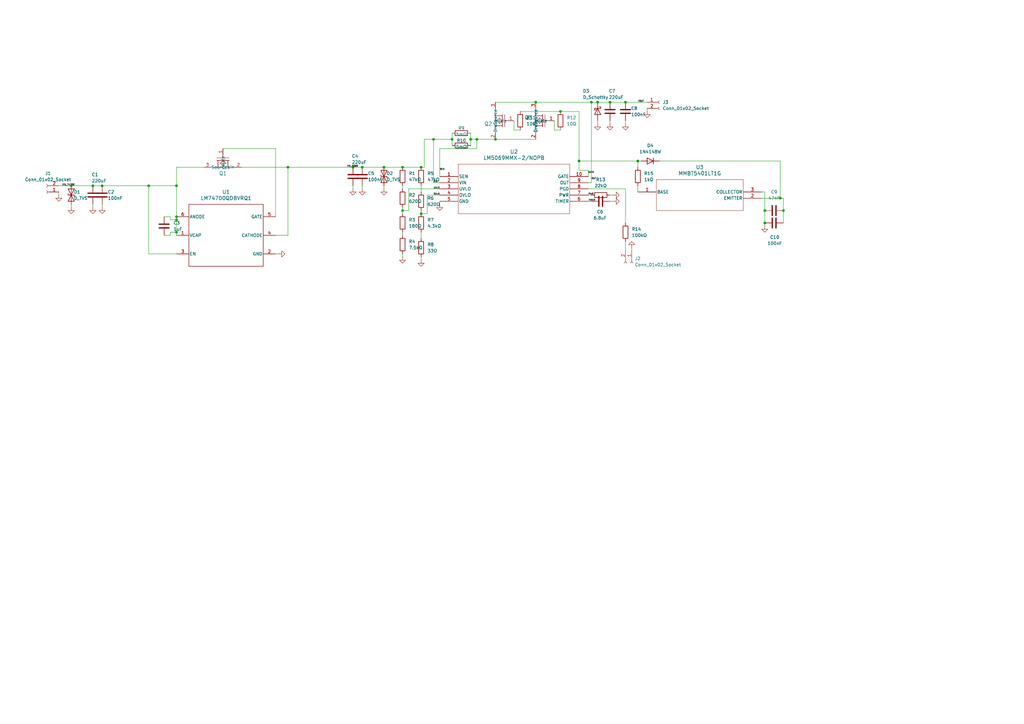
<source format=kicad_sch>
(kicad_sch (version 20250114) (generator "eeschema") (generator_version "9.0")
  (paper "A3")
  (lib_symbols
    (symbol "Connector:Conn_01x02_Socket" (pin_names (offset 1.016) (hide yes))
      (property "Reference" "J" (at 0 2.54 0))
      (property "Value" "Conn_01x02_Socket" (at 0 -5.08 0))
      (symbol "Conn_01x02_Socket_1_1"
        (polyline (pts (xy -1.27 0) (xy -0.508 0)) (stroke (width 0.1524)))
        (polyline (pts (xy -1.27 -2.54) (xy -0.508 -2.54)) (stroke (width 0.1524)))
        (arc (start 0 -0.508) (mid -0.5058 0) (end 0 0.508) (stroke (width 0.1524)))
        (arc (start 0 -3.048) (mid -0.5058 -2.54) (end 0 -2.032) (stroke (width 0.1524)))
        (pin passive line (at -5.08 0 0) (length 3.81) (name "Pin_1") (number "1"))
        (pin passive line (at -5.08 -2.54 0) (length 3.81) (name "Pin_2") (number "2"))
      )
    )
    (symbol "Device:C" (pin_numbers (hide yes)) (pin_names (offset 0.254))
      (property "Reference" "C" (at 0.635 2.54 0))
      (property "Value" "C" (at 0.635 -2.54 0))
      (symbol "C_0_1"
        (polyline (pts (xy -2.032 0.762) (xy 2.032 0.762)) (stroke (width 0.508)))
        (polyline (pts (xy -2.032 -0.762) (xy 2.032 -0.762)) (stroke (width 0.508)))
      )
      (symbol "C_1_1"
        (pin passive line (at 0 3.81 270) (length 2.794) (name "~") (number "1"))
        (pin passive line (at 0 -3.81 90) (length 2.794) (name "~") (number "2"))
      )
    )
    (symbol "Device:D_Schottky" (pin_numbers (hide yes)) (pin_names (offset 1.016) (hide yes))
      (property "Reference" "D" (at 0 2.54 0))
      (property "Value" "D_Schottky" (at 0 -2.54 0))
      (symbol "D_Schottky_0_1"
        (polyline (pts (xy -1.905 0.635) (xy -1.905 1.27) (xy -1.27 1.27) (xy -1.27 -1.27) (xy -0.635 -1.27) (xy -0.635 -0.635)) (stroke (width 0.254)))
        (polyline (pts (xy 1.27 1.27) (xy 1.27 -1.27) (xy -1.27 0) (xy 1.27 1.27)) (stroke (width 0.254)))
        (polyline (pts (xy 1.27 0) (xy -1.27 0)))
      )
      (symbol "D_Schottky_1_1"
        (pin passive line (at -3.81 0 0) (length 2.54) (name "K") (number "1"))
        (pin passive line (at 3.81 0 180) (length 2.54) (name "A") (number "2"))
      )
    )
    (symbol "Device:D_TVS" (pin_numbers (hide yes)) (pin_names (offset 1.016) (hide yes))
      (property "Reference" "D" (at 0 2.54 0))
      (property "Value" "D_TVS" (at 0 -2.54 0))
      (symbol "D_TVS_0_1"
        (polyline (pts (xy -2.54 1.27) (xy -2.54 -1.27) (xy 2.54 1.27) (xy 2.54 -1.27) (xy -2.54 1.27)) (stroke (width 0.254)))
        (polyline (pts (xy 0.508 1.27) (xy 0 1.27) (xy 0 -1.27) (xy -0.508 -1.27)) (stroke (width 0.254)))
        (polyline (pts (xy 1.27 0) (xy -1.27 0)))
      )
      (symbol "D_TVS_1_1"
        (pin passive line (at -3.81 0 0) (length 2.54) (name "A1") (number "1"))
        (pin passive line (at 3.81 0 180) (length 2.54) (name "A2") (number "2"))
      )
    )
    (symbol "Device:R" (pin_numbers (hide yes)) (pin_names (offset 0))
      (property "Reference" "R" (at 2.032 0 90))
      (property "Value" "R" (at 0 0 90))
      (symbol "R_0_1"
        (rectangle (start -1.016 -2.54) (end 1.016 2.54) (stroke (width 0.254)))
      )
      (symbol "R_1_1"
        (pin passive line (at 0 3.81 270) (length 1.27) (name "~") (number "1"))
        (pin passive line (at 0 -3.81 90) (length 1.27) (name "~") (number "2"))
      )
    )
    (symbol "Diode:1N4148W" (pin_numbers (hide yes)) (pin_names (hide yes))
      (property "Reference" "D" (at 0 2.54 0))
      (property "Value" "1N4148W" (at 0 -2.54 0))
      (symbol "1N4148W_0_1"
        (polyline (pts (xy -1.27 1.27) (xy -1.27 -1.27)) (stroke (width 0.254)))
        (polyline (pts (xy 1.27 1.27) (xy 1.27 -1.27) (xy -1.27 0) (xy 1.27 1.27)) (stroke (width 0.254)))
        (polyline (pts (xy 1.27 0) (xy -1.27 0)))
      )
      (symbol "1N4148W_1_1"
        (pin passive line (at -3.81 0 0) (length 2.54) (name "K") (number "1"))
        (pin passive line (at 3.81 0 180) (length 2.54) (name "A") (number "2"))
      )
    )
    (symbol "Protection_Library:CSD19536KTT" (pin_names (offset 0.254))
      (property "Value" "CSD19536KTT" (at 0 0 0))
      (symbol "CSD19536KTT_1_1"
        (polyline (pts (xy -3.81 0) (xy -1.27 0)) (stroke (width 0.1524)))
        (polyline (pts (xy -1.27 0) (xy 0 0)) (stroke (width 0.1524)))
        (polyline (pts (xy 0 -2.54) (xy 0 2.54)) (stroke (width 0.1524)))
        (polyline (pts (xy 1.016 2.54) (xy 1.016 -2.54)) (stroke (width 0.1524)))
        (polyline (pts (xy 1.016 2.54) (xy 1.016 -2.54)) (stroke (width 0.1524)))
        (polyline (pts (xy 1.016 0) (xy 2.286 1.27)) (stroke (width 0.1524)))
        (polyline (pts (xy 1.016 -2.032) (xy 3.81 -2.032)) (stroke (width 0.1524)))
        (polyline (pts (xy 1.27 -2.032) (xy 3.556 -2.032)) (stroke (width 0.1524)))
        (polyline (pts (xy 2.286 1.27) (xy 2.286 -1.27)) (stroke (width 0.1524)))
        (polyline (pts (xy 2.286 0) (xy 3.81 0)) (stroke (width 0.1524)))
        (polyline (pts (xy 2.286 -1.27) (xy 1.016 0)) (stroke (width 0.1524)))
        (polyline (pts (xy 2.794 0) (xy 3.81 0)) (stroke (width 0.1524)))
        (polyline (pts (xy 3.81 7.62) (xy 3.81 5.08)) (stroke (width 0.1524)))
        (polyline (pts (xy 3.81 5.08) (xy 3.81 2.54)) (stroke (width 0.1524)))
        (polyline (pts (xy 3.81 2.54) (xy 3.81 2.032)) (stroke (width 0.1524)))
        (polyline (pts (xy 3.81 2.54) (xy 3.81 2.032)) (stroke (width 0.1524)))
        (polyline (pts (xy 3.81 2.032) (xy 1.016 2.032)) (stroke (width 0.1524)))
        (polyline (pts (xy 3.81 2.032) (xy 1.27 2.032)) (stroke (width 0.1524)))
        (polyline (pts (xy 3.81 0) (xy 3.81 -2.54)) (stroke (width 0.1524)))
        (polyline (pts (xy 3.81 0) (xy 3.81 -2.54)) (stroke (width 0.1524)))
        (polyline (pts (xy 3.81 -2.54) (xy 3.81 -5.08)) (stroke (width 0.1524)))
        (polyline (pts (xy 3.81 -7.62) (xy 3.81 -5.08)) (stroke (width 0.1524)))
        (pin unspecified line (at -3.81 0 0) (length 2.54) (name "Gate") (number "1"))
        (pin unspecified line (at 3.81 7.62 270) (length 2.54) (name "Drain") (number "2"))
        (pin unspecified line (at 3.81 -7.62 90) (length 2.54) (name "Source") (number "3"))
      )
    )
    (symbol "Protection_Library:LM5069MM-1_NOPB" (pin_names (offset 0.254))
      (property "Value" "LM5069MM-1/NOPB" (at 30.48 7.62 0))
      (symbol "LM5069MM-1_NOPB_0_1"
        (polyline (pts (xy 7.62 5.08) (xy 7.62 -15.24)) (stroke (width 0.127)))
        (polyline (pts (xy 7.62 -15.24) (xy 53.34 -15.24)) (stroke (width 0.127)))
        (polyline (pts (xy 53.34 5.08) (xy 7.62 5.08)) (stroke (width 0.127)))
        (polyline (pts (xy 53.34 -15.24) (xy 53.34 5.08)) (stroke (width 0.127)))
        (pin input line (at 0 0 0) (length 7.62) (name "SEN") (number "1"))
        (pin power_in line (at 0 -2.54 0) (length 7.62) (name "VIN") (number "2"))
        (pin input line (at 0 -5.08 0) (length 7.62) (name "UVLO") (number "3"))
        (pin input line (at 0 -7.62 0) (length 7.62) (name "OVLO") (number "4"))
        (pin power_in line (at 0 -10.16 0) (length 7.62) (name "GND") (number "5"))
        (pin output line (at 60.96 0 180) (length 7.62) (name "GATE") (number "10"))
        (pin output line (at 60.96 -2.54 180) (length 7.62) (name "OUT") (number "9"))
        (pin unspecified line (at 60.96 -5.08 180) (length 7.62) (name "PGD") (number "8"))
        (pin input line (at 60.96 -7.62 180) (length 7.62) (name "PWR") (number "7"))
        (pin input line (at 60.96 -10.16 180) (length 7.62) (name "TIMER") (number "6"))
      )
    )
    (symbol "Protection_Library:LM74700QDBVRQ1" (pin_names (offset 0.254))
      (property "Reference" "U" (at 0 2.54 0))
      (property "Value" "LM74700QDBVRQ1" (at 0 0 0))
      (symbol "LM74700QDBVRQ1_0_1"
        (polyline (pts (xy -15.24 12.7) (xy -15.24 -12.7)) (stroke (width 0.2032)))
        (polyline (pts (xy -15.24 -12.7) (xy 15.24 -12.7)) (stroke (width 0.2032)))
        (polyline (pts (xy 15.24 12.7) (xy -15.24 12.7)) (stroke (width 0.2032)))
        (polyline (pts (xy 15.24 -12.7) (xy 15.24 12.7)) (stroke (width 0.2032)))
        (pin input line (at -20.32 7.62 0) (length 5.08) (name "ANODE") (number "6"))
        (pin power_in line (at -20.32 0 0) (length 5.08) (name "VCAP") (number "1"))
        (pin input line (at -20.32 -7.62 0) (length 5.08) (name "EN") (number "3"))
        (pin output line (at 20.32 7.62 180) (length 5.08) (name "GATE") (number "5"))
        (pin power_in line (at 20.32 0 180) (length 5.08) (name "CATHODE") (number "4"))
        (pin unspecified line (at 20.32 -7.62 180) (length 5.08) (name "GND") (number "2"))
      )
    )
    (symbol "Protection_Library:MMBT5401LT1G" (pin_names (offset 0.254))
      (property "Reference" "U" (at 25.4 10.16 0))
      (property "Value" "MMBT5401LT1G" (at 25.4 7.62 0))
      (symbol "MMBT5401LT1G_0_1"
        (polyline (pts (xy 7.62 5.08) (xy 7.62 -7.62)) (stroke (width 0.127)))
        (polyline (pts (xy 7.62 -7.62) (xy 43.18 -7.62)) (stroke (width 0.127)))
        (polyline (pts (xy 43.18 5.08) (xy 7.62 5.08)) (stroke (width 0.127)))
        (polyline (pts (xy 43.18 -7.62) (xy 43.18 5.08)) (stroke (width 0.127)))
        (pin unspecified line (at 0 0 0) (length 7.62) (name "BASE") (number "1"))
        (pin unspecified line (at 50.8 0 180) (length 7.62) (name "COLLECTOR") (number "3"))
        (pin unspecified line (at 50.8 -2.54 180) (length 7.62) (name "EMITTER") (number "2"))
      )
    )
    (symbol "power:GND" (power) (pin_numbers (hide yes)) (pin_names (offset 0) (hide yes))
      (property "Value" "GND" (at 0 -3.81 0))
      (symbol "GND_0_1"
        (polyline (pts (xy 0 0) (xy 0 -1.27) (xy 1.27 -1.27) (xy 0 -2.54) (xy -1.27 -1.27) (xy 0 -1.27)))
      )
      (symbol "GND_1_1"
        (pin power_in line (at 0 0 270) (length 0) (name "~") (number "1"))
      )
    )
  )
  (junction (at 72.39 88.9))
  (junction (at 229.87 45.72))
  (junction (at 237.49 66.04))
  (junction (at 148.59 68.58))
  (junction (at 172.72 68.58))
  (junction (at 165.1 68.58))
  (junction (at 144.78 68.58))
  (junction (at 172.72 87.63))
  (junction (at 29.21 76.2))
  (junction (at 320.04 81.28))
  (junction (at 193.04 57.15))
  (junction (at 219.71 41.91))
  (junction (at 38.1 76.2))
  (junction (at 203.2 57.15))
  (junction (at 177.8 57.15))
  (junction (at 313.69 86.36))
  (junction (at 313.69 91.44))
  (junction (at 72.39 90.17))
  (junction (at 256.54 41.91))
  (junction (at 245.11 41.91))
  (junction (at 250.19 41.91))
  (junction (at 242.57 41.91))
  (junction (at 118.11 68.58))
  (junction (at 261.62 66.04))
  (junction (at 185.42 57.15))
  (junction (at 41.91 76.2))
  (junction (at 72.39 76.2))
  (junction (at 195.58 57.15))
  (junction (at 321.31 86.36))
  (junction (at 72.39 95.25))
  (junction (at 165.1 86.36))
  (junction (at 60.96 76.2))
  (junction (at 157.48 68.58))
  (wire (pts (xy 242.57 41.91) (xy 242.57 74.93)))
  (wire (pts (xy 24.13 76.2) (xy 29.21 76.2)))
  (wire (pts (xy 261.62 66.04) (xy 262.89 66.04)))
  (wire (pts (xy 60.96 104.14) (xy 72.39 104.14)))
  (wire (pts (xy 237.49 45.72) (xy 237.49 66.04)))
  (wire (pts (xy 229.87 45.72) (xy 237.49 45.72)))
  (wire (pts (xy 172.72 68.58) (xy 173.99 68.58)))
  (wire (pts (xy 265.43 44.45) (xy 265.43 45.72)))
  (wire (pts (xy 41.91 83.82) (xy 41.91 85.09)))
  (wire (pts (xy 320.04 66.04) (xy 320.04 81.28)))
  (wire (pts (xy 175.26 80.01) (xy 175.26 87.63)))
  (wire (pts (xy 245.11 49.53) (xy 245.11 50.8)))
  (wire (pts (xy 72.39 68.58) (xy 83.82 68.58)))
  (wire (pts (xy 185.42 57.15) (xy 185.42 59.69)))
  (wire (pts (xy 237.49 69.85) (xy 241.3 69.85)))
  (wire (pts (xy 113.03 104.14) (xy 114.3 104.14)))
  (wire (pts (xy 144.78 68.58) (xy 148.59 68.58)))
  (wire (pts (xy 185.42 54.61) (xy 185.42 57.15)))
  (wire (pts (xy 113.03 60.96) (xy 113.03 88.9)))
  (wire (pts (xy 320.04 81.28) (xy 321.31 81.28)))
  (wire (pts (xy 173.99 68.58) (xy 173.99 57.15)))
  (wire (pts (xy 29.21 76.2) (xy 38.1 76.2)))
  (wire (pts (xy 241.3 74.93) (xy 242.57 74.93)))
  (wire (pts (xy 227.33 53.34) (xy 229.87 53.34)))
  (wire (pts (xy 118.11 68.58) (xy 144.78 68.58)))
  (wire (pts (xy 213.36 45.72) (xy 229.87 45.72)))
  (wire (pts (xy 219.71 41.91) (xy 242.57 41.91)))
  (wire (pts (xy 180.34 80.01) (xy 175.26 80.01)))
  (wire (pts (xy 165.1 104.14) (xy 165.1 105.41)))
  (wire (pts (xy 165.1 76.2) (xy 165.1 77.47)))
  (wire (pts (xy 195.58 60.96) (xy 195.58 57.15)))
  (wire (pts (xy 242.57 41.91) (xy 245.11 41.91)))
  (wire (pts (xy 67.31 96.52) (xy 69.85 96.52)))
  (wire (pts (xy 180.34 72.39) (xy 180.34 60.96)))
  (wire (pts (xy 38.1 76.2) (xy 41.91 76.2)))
  (wire (pts (xy 180.34 74.93) (xy 177.8 74.93)))
  (wire (pts (xy 256.54 49.53) (xy 256.54 50.8)))
  (wire (pts (xy 69.85 95.25) (xy 72.39 95.25)))
  (wire (pts (xy 172.72 95.25) (xy 172.72 97.79)))
  (wire (pts (xy 72.39 76.2) (xy 72.39 88.9)))
  (wire (pts (xy 250.19 41.91) (xy 256.54 41.91)))
  (wire (pts (xy 69.85 88.9) (xy 69.85 90.17)))
  (wire (pts (xy 177.8 57.15) (xy 177.8 74.93)))
  (wire (pts (xy 241.3 80.01) (xy 242.57 80.01)))
  (wire (pts (xy 320.04 81.28) (xy 312.42 81.28)))
  (wire (pts (xy 210.82 49.53) (xy 210.82 53.34)))
  (wire (pts (xy 172.72 105.41) (xy 172.72 106.68)))
  (wire (pts (xy 69.85 96.52) (xy 69.85 95.25)))
  (wire (pts (xy 41.91 76.2) (xy 60.96 76.2)))
  (wire (pts (xy 67.31 88.9) (xy 69.85 88.9)))
  (wire (pts (xy 245.11 41.91) (xy 250.19 41.91)))
  (wire (pts (xy 256.54 77.47) (xy 256.54 91.44)))
  (wire (pts (xy 157.48 68.58) (xy 165.1 68.58)))
  (wire (pts (xy 24.13 78.74) (xy 24.13 80.01)))
  (wire (pts (xy 193.04 57.15) (xy 193.04 59.69)))
  (wire (pts (xy 180.34 82.55) (xy 180.34 83.82)))
  (wire (pts (xy 172.72 76.2) (xy 172.72 78.74)))
  (wire (pts (xy 256.54 41.91) (xy 265.43 41.91)))
  (wire (pts (xy 173.99 57.15) (xy 177.8 57.15)))
  (wire (pts (xy 177.8 57.15) (xy 185.42 57.15)))
  (wire (pts (xy 250.19 49.53) (xy 250.19 50.8)))
  (wire (pts (xy 270.51 66.04) (xy 320.04 66.04)))
  (wire (pts (xy 261.62 76.2) (xy 261.62 78.74)))
  (wire (pts (xy 72.39 95.25) (xy 72.39 96.52)))
  (wire (pts (xy 72.39 76.2) (xy 72.39 68.58)))
  (wire (pts (xy 256.54 99.06) (xy 256.54 102.87)))
  (wire (pts (xy 144.78 76.2) (xy 144.78 77.47)))
  (wire (pts (xy 148.59 68.58) (xy 157.48 68.58)))
  (wire (pts (xy 60.96 76.2) (xy 72.39 76.2)))
  (wire (pts (xy 165.1 86.36) (xy 165.1 85.09)))
  (wire (pts (xy 237.49 66.04) (xy 237.49 69.85)))
  (wire (pts (xy 227.33 49.53) (xy 227.33 53.34)))
  (wire (pts (xy 313.69 78.74) (xy 312.42 78.74)))
  (wire (pts (xy 60.96 76.2) (xy 60.96 104.14)))
  (wire (pts (xy 203.2 57.15) (xy 219.71 57.15)))
  (wire (pts (xy 241.3 77.47) (xy 256.54 77.47)))
  (wire (pts (xy 38.1 83.82) (xy 38.1 85.09)))
  (wire (pts (xy 180.34 77.47) (xy 167.64 77.47)))
  (wire (pts (xy 313.69 91.44) (xy 313.69 92.71)))
  (wire (pts (xy 157.48 76.2) (xy 157.48 77.47)))
  (wire (pts (xy 148.59 76.2) (xy 148.59 77.47)))
  (wire (pts (xy 113.03 96.52) (xy 118.11 96.52)))
  (wire (pts (xy 193.04 57.15) (xy 195.58 57.15)))
  (wire (pts (xy 72.39 90.17) (xy 72.39 95.25)))
  (wire (pts (xy 180.34 60.96) (xy 195.58 60.96)))
  (wire (pts (xy 193.04 54.61) (xy 193.04 57.15)))
  (wire (pts (xy 69.85 90.17) (xy 72.39 90.17)))
  (wire (pts (xy 172.72 86.36) (xy 172.72 87.63)))
  (wire (pts (xy 241.3 82.55) (xy 242.57 82.55)))
  (wire (pts (xy 167.64 77.47) (xy 167.64 86.36)))
  (wire (pts (xy 210.82 53.34) (xy 213.36 53.34)))
  (wire (pts (xy 259.08 102.87) (xy 259.08 101.6)))
  (wire (pts (xy 167.64 86.36) (xy 165.1 86.36)))
  (wire (pts (xy 203.2 41.91) (xy 219.71 41.91)))
  (wire (pts (xy 91.44 60.96) (xy 113.03 60.96)))
  (wire (pts (xy 250.19 80.01) (xy 251.46 80.01)))
  (wire (pts (xy 165.1 95.25) (xy 165.1 96.52)))
  (wire (pts (xy 313.69 86.36) (xy 313.69 91.44)))
  (wire (pts (xy 241.3 69.85) (xy 241.3 72.39)))
  (wire (pts (xy 118.11 68.58) (xy 118.11 96.52)))
  (wire (pts (xy 165.1 86.36) (xy 165.1 87.63)))
  (wire (pts (xy 313.69 86.36) (xy 313.69 78.74)))
  (wire (pts (xy 321.31 81.28) (xy 321.31 86.36)))
  (wire (pts (xy 261.62 66.04) (xy 261.62 68.58)))
  (wire (pts (xy 99.06 68.58) (xy 118.11 68.58)))
  (wire (pts (xy 195.58 57.15) (xy 203.2 57.15)))
  (wire (pts (xy 29.21 83.82) (xy 29.21 85.09)))
  (wire (pts (xy 72.39 88.9) (xy 72.39 90.17)))
  (wire (pts (xy 175.26 87.63) (xy 172.72 87.63)))
  (wire (pts (xy 165.1 68.58) (xy 172.72 68.58)))
  (wire (pts (xy 321.31 86.36) (xy 321.31 91.44)))
  (wire (pts (xy 237.49 66.04) (xy 261.62 66.04)))
  (wire (pts (xy 250.19 82.55) (xy 251.46 82.55)))
  (label "VIN_5069" (at 142.24 68.58 0) (effects (font (size 0.635 0.635))))
  (label "TIMER" (at 241.3 82.55 0) (effects (font (size 0.635 0.635))))
  (label "VIN" (at 177.8 74.93 0) (effects (font (size 0.635 0.635))))
  (label "VIN_74700" (at 25.4 76.2 0) (effects (font (size 0.635 0.635))))
  (label "PWR" (at 241.3 80.01 0) (effects (font (size 0.635 0.635))))
  (label "SEN" (at 180.34 69.85 0) (effects (font (size 0.635 0.635))))
  (label "VOUT" (at 261.62 41.91 0) (effects (font (size 0.635 0.635))))
  (label "UVLO" (at 177.8 77.47 0) (effects (font (size 0.635 0.635))))
  (label "GATE" (at 241.3 71.12 0) (effects (font (size 0.635 0.635))))
  (label "OVLO" (at 177.8 80.01 0) (effects (font (size 0.635 0.635))))
  (label "OUT" (at 242.57 73.66 0) (effects (font (size 0.635 0.635))))
  (symbol (lib_id "Device:R") (at 246.38 80.01 90) (unit 1)
    (property "Reference" "R13" (at 246.38 73.66 90))
    (property "Value" "22kΩ" (at 246.38 76.2 90))
    (property "Footprint" "Resistor_SMD:R_0603_1608Metric" (effects (hide yes)))
    (property "Description" "Resistor" (effects (hide yes)))
    (property "JPCPCB part number" "C31850" (effects (hide yes)))
  )
  (symbol (lib_id "Device:C") (at 67.31 92.71 0) (unit 1)
    (property "Reference" "C3" (at 71.12 91.4399 0) (effects (justify left)))
    (property "Value" "1uF" (at 71.12 93.9799 0) (effects (justify left)))
    (property "Footprint" "Capacitor_SMD:C_0805_2012Metric" (effects (hide yes)))
    (property "Description" "Unpolarized capacitor" (effects (hide yes)))
    (property "JPCPCB part number" "C28323" (effects (hide yes)))
  )
  (symbol (lib_id "power:GND") (at 114.3 104.14 90) (unit 1)
    (property "Reference" "#PWR05" (effects (hide yes)))
    (property "Value" "GND" (effects (hide yes)))
    (property "Description" "Power symbol creates a global label with name \"GND\" , ground" (effects (hide yes)))
  )
  (symbol (lib_id "power:GND") (at 313.69 92.71 0) (unit 1)
    (property "Reference" "#PWR019" (effects (hide yes)))
    (property "Value" "GND" (effects (hide yes)))
    (property "Description" "Power symbol creates a global label with name \"GND\" , ground" (effects (hide yes)))
  )
  (symbol (lib_id "power:GND") (at 256.54 50.8 0) (unit 1)
    (property "Reference" "#PWR016" (effects (hide yes)))
    (property "Value" "GND" (effects (hide yes)))
    (property "Description" "Power symbol creates a global label with name \"GND\" , ground" (effects (hide yes)))
  )
  (symbol (lib_id "Device:C") (at 256.54 45.72 0) (unit 1)
    (property "Reference" "C8" (at 258.826 44.45 0) (effects (justify left)))
    (property "Value" "100nF" (at 258.826 46.99 0) (effects (justify left)))
    (property "Footprint" "Capacitor_SMD:C_0603_1608Metric" (effects (hide yes)))
    (property "Description" "Unpolarized capacitor" (effects (hide yes)))
    (property "JPCPCB part number" "C14663" (effects (hide yes)))
  )
  (symbol (lib_id "Device:R") (at 213.36 49.53 180) (unit 1)
    (property "Reference" "R11" (at 215.9 48.2599 0) (effects (justify right)))
    (property "Value" "10Ω" (at 215.9 50.7999 0) (effects (justify right)))
    (property "Footprint" "Resistor_SMD:R_0603_1608Metric" (effects (hide yes)))
    (property "Description" "Resistor" (effects (hide yes)))
    (property "JPCPCB part number" "C22859" (effects (hide yes)))
  )
  (symbol (lib_id "Device:D_Schottky") (at 245.11 45.72 270) (unit 1)
    (property "Reference" "D3" (at 239.014 37.338 90) (effects (justify left)))
    (property "Value" "D_Schottky" (at 239.014 39.878 90) (effects (justify left)))
    (property "Footprint" "Diode_SMD:D_SMC" (effects (hide yes)))
    (property "Description" "Schottky diode" (effects (hide yes)))
    (property "JPCPCB part number" "C134457" (effects (hide yes)))
  )
  (symbol (lib_id "Device:R") (at 165.1 81.28 0) (unit 1)
    (property "Reference" "R2" (at 167.64 80.0099 0) (effects (justify left)))
    (property "Value" "620Ω" (at 167.64 82.5499 0) (effects (justify left)))
    (property "Footprint" "Resistor_SMD:R_0603_1608Metric" (effects (hide yes)))
    (property "Description" "Resistor" (effects (hide yes)))
    (property "JPCPCB part number" "C23220" (effects (hide yes)))
  )
  (symbol (lib_id "Device:C") (at 144.78 72.39 0) (unit 1)
    (property "Reference" "C4" (at 144.272 64.008 0) (effects (justify left)))
    (property "Value" "220uF" (at 144.272 66.548 0) (effects (justify left)))
    (property "Footprint" "Capacitor_THT:CP_Radial_D10.0mm_P5.00mm" (effects (hide yes)))
    (property "Description" "Unpolarized capacitor" (effects (hide yes)))
    (property "JPCPCB part number" "C106670" (effects (hide yes)))
  )
  (symbol (lib_id "power:GND") (at 24.13 80.01 0) (unit 1)
    (property "Reference" "#PWR01" (effects (hide yes)))
    (property "Value" "GND" (effects (hide yes)))
    (property "Description" "Power symbol creates a global label with name \"GND\" , ground" (effects (hide yes)))
  )
  (symbol (lib_id "Protection_Library:LM5069MM-1_NOPB") (at 180.34 72.39 0) (unit 1)
    (property "Reference" "U2" (at 210.82 62.23 0) (effects (font (size 1.524 1.524))))
    (property "Value" "LM5069MMX-2/NOPB" (at 210.82 64.77 0) (effects (font (size 1.524 1.524))))
    (property "Footprint" "MUB10A" (effects (hide yes)))
    (property "Datasheet" "https://www.ti.com/lit/gpn/lm5069" (effects (hide yes)))
    (property "JPCPCB part number" "C2653582" (effects (hide yes)))
  )
  (symbol (lib_id "Protection_Library:MMBT5401LT1G") (at 261.62 78.74 0) (unit 1)
    (property "Reference" "U3" (at 287.02 68.58 0) (effects (font (size 1.524 1.524))))
    (property "Value" "MMBT5401LT1G" (at 287.02 71.12 0) (effects (font (size 1.524 1.524))))
    (property "Footprint" "SOT-23-3_1P4X3P040_ONS" (effects (hide yes)))
    (property "Datasheet" "MMBT5401LT1G" (effects (hide yes)))
    (property "JPCPCB part number" "C21488" (effects (hide yes)))
  )
  (symbol (lib_id "Device:C") (at 41.91 80.01 0) (unit 1)
    (property "Reference" "C2" (at 44.196 78.74 0) (effects (justify left)))
    (property "Value" "100nF" (at 44.196 81.28 0) (effects (justify left)))
    (property "Footprint" "Capacitor_SMD:C_0603_1608Metric" (effects (hide yes)))
    (property "Description" "Unpolarized capacitor" (effects (hide yes)))
    (property "JPCPCB part number" "C14663" (effects (hide yes)))
  )
  (symbol (lib_id "Device:R") (at 261.62 72.39 0) (unit 1)
    (property "Reference" "R15" (at 264.16 71.1199 0) (effects (justify left)))
    (property "Value" "1kΩ" (at 264.16 73.6599 0) (effects (justify left)))
    (property "Footprint" "Resistor_SMD:R_0603_1608Metric" (effects (hide yes)))
    (property "Description" "Resistor" (effects (hide yes)))
    (property "JPCPCB part number" "C21190" (effects (hide yes)))
  )
  (symbol (lib_id "Device:R") (at 189.23 59.69 90) (unit 1)
    (property "Reference" "R10" (at 189.23 57.658 90))
    (property "Value" "5mΩ" (at 189.23 60.198 90))
    (property "Footprint" "Resistor_SMD:R_2512_6332Metric" (effects (hide yes)))
    (property "Description" "Resistor" (effects (hide yes)))
    (property "JPCPCB part number" "C108931" (effects (hide yes)))
  )
  (symbol (lib_id "Device:R") (at 165.1 91.44 0) (unit 1)
    (property "Reference" "R3" (at 167.64 90.1699 0) (effects (justify left)))
    (property "Value" "180Ω" (at 167.64 92.7099 0) (effects (justify left)))
    (property "Footprint" "Resistor_SMD:R_0603_1608Metric" (effects (hide yes)))
    (property "Description" "Resistor" (effects (hide yes)))
    (property "JPCPCB part number" "C22828" (effects (hide yes)))
  )
  (symbol (lib_id "power:GND") (at 157.48 77.47 0) (unit 1)
    (property "Reference" "#PWR08" (effects (hide yes)))
    (property "Value" "GND" (effects (hide yes)))
    (property "Description" "Power symbol creates a global label with name \"GND\" , ground" (effects (hide yes)))
  )
  (symbol (lib_id "power:GND") (at 41.91 85.09 0) (unit 1)
    (property "Reference" "#PWR04" (effects (hide yes)))
    (property "Value" "GND" (effects (hide yes)))
    (property "Description" "Power symbol creates a global label with name \"GND\" , ground" (effects (hide yes)))
  )
  (symbol (lib_id "Device:C") (at 317.5 91.44 90) (unit 1)
    (property "Reference" "C10" (at 317.754 97.282 90))
    (property "Value" "100nF" (at 317.754 99.822 90))
    (property "Footprint" "Capacitor_SMD:C_0603_1608Metric" (effects (hide yes)))
    (property "Description" "Unpolarized capacitor" (effects (hide yes)))
    (property "JPCPCB part number" "C14663" (effects (hide yes)))
  )
  (symbol (lib_id "power:GND") (at 144.78 77.47 0) (unit 1)
    (property "Reference" "#PWR06" (effects (hide yes)))
    (property "Value" "GND" (effects (hide yes)))
    (property "Description" "Power symbol creates a global label with name \"GND\" , ground" (effects (hide yes)))
  )
  (symbol (lib_id "Device:R") (at 229.87 49.53 180) (unit 1)
    (property "Reference" "R12" (at 232.41 48.2599 0) (effects (justify right)))
    (property "Value" "10Ω" (at 232.41 50.7999 0) (effects (justify right)))
    (property "Footprint" "Resistor_SMD:R_0603_1608Metric" (effects (hide yes)))
    (property "Description" "Resistor" (effects (hide yes)))
    (property "JPCPCB part number" "C22859" (effects (hide yes)))
  )
  (symbol (lib_id "Connector:Conn_01x02_Socket") (at 259.08 107.95 270) (unit 1)
    (property "Reference" "J2" (at 260.35 106.0449 90) (effects (justify left)))
    (property "Value" "Conn_01x02_Socket" (at 260.35 108.5849 90) (effects (justify left)))
    (property "Footprint" "Connector_PinHeader_2.54mm:PinHeader_1x02_P2.54mm_Vertical" (effects (hide yes)))
    (property "Description" "Generic connector, single row, 01x02, script generated" (effects (hide yes)))
  )
  (symbol (lib_id "Protection_Library:CSD19536KTT") (at 223.52 49.53 180) (unit 1)
    (property "Reference" "Q3" (at 218.44 48.2599 0) (effects (font (size 1.524 1.524)) (justify left)))
    (property "Value" "CSD19536KTT" (effects (hide yes)))
    (property "Footprint" "KTT0002A" (effects (hide yes)))
    (property "Datasheet" "https://www.ti.com/lit/gpn/csd19536ktt" (effects (hide yes)))
    (property "JPCPCB part number" "C2687963" (effects (hide yes)))
  )
  (symbol (lib_id "power:GND") (at 148.59 77.47 0) (unit 1)
    (property "Reference" "#PWR07" (effects (hide yes)))
    (property "Value" "GND" (effects (hide yes)))
    (property "Description" "Power symbol creates a global label with name \"GND\" , ground" (effects (hide yes)))
  )
  (symbol (lib_id "Device:D_TVS") (at 29.21 80.01 270) (unit 1)
    (property "Reference" "D1" (at 30.226 78.74 90) (effects (justify left)))
    (property "Value" "D_TVS" (at 30.226 81.28 90) (effects (justify left)))
    (property "Footprint" "Diode_SMD:D_SMB" (effects (hide yes)))
    (property "Description" "Bidirectional transient-voltage-suppression diode" (effects (hide yes)))
    (property "JPCPCB part number" "C19077586" (effects (hide yes)))
  )
  (symbol (lib_id "Device:R") (at 189.23 54.61 90) (unit 1)
    (property "Reference" "R9" (at 189.23 52.578 90))
    (property "Value" "5mΩ" (at 189.23 55.118 90))
    (property "Footprint" "Resistor_SMD:R_2512_6332Metric" (effects (hide yes)))
    (property "Description" "Resistor" (effects (hide yes)))
    (property "JPCPCB part number" "C108931" (effects (hide yes)))
  )
  (symbol (lib_id "Device:C") (at 148.59 72.39 0) (unit 1)
    (property "Reference" "C5" (at 150.876 71.12 0) (effects (justify left)))
    (property "Value" "100nF" (at 150.876 73.66 0) (effects (justify left)))
    (property "Footprint" "Capacitor_SMD:C_0603_1608Metric" (effects (hide yes)))
    (property "Description" "Unpolarized capacitor" (effects (hide yes)))
    (property "JPCPCB part number" "C14663" (effects (hide yes)))
  )
  (symbol (lib_id "power:GND") (at 165.1 105.41 0) (unit 1)
    (property "Reference" "#PWR09" (effects (hide yes)))
    (property "Value" "GND" (effects (hide yes)))
    (property "Description" "Power symbol creates a global label with name \"GND\" , ground" (effects (hide yes)))
  )
  (symbol (lib_id "Device:D_TVS") (at 157.48 72.39 270) (unit 1)
    (property "Reference" "D2" (at 158.496 71.12 90) (effects (justify left)))
    (property "Value" "D_TVS" (at 158.496 73.66 90) (effects (justify left)))
    (property "Footprint" "Diode_SMD:D_SMB" (effects (hide yes)))
    (property "Description" "Bidirectional transient-voltage-suppression diode" (effects (hide yes)))
    (property "JPCPCB part number" "C19077586" (effects (hide yes)))
  )
  (symbol (lib_id "Device:C") (at 38.1 80.01 0) (unit 1)
    (property "Reference" "C1" (at 37.592 71.628 0) (effects (justify left)))
    (property "Value" "220uF" (at 37.592 74.168 0) (effects (justify left)))
    (property "Footprint" "Capacitor_THT:CP_Radial_D10.0mm_P5.00mm" (effects (hide yes)))
    (property "Description" "Unpolarized capacitor" (effects (hide yes)))
    (property "JPCPCB part number" "C106670" (effects (hide yes)))
  )
  (symbol (lib_id "Device:R") (at 172.72 101.6 0) (unit 1)
    (property "Reference" "R8" (at 175.26 100.3299 0) (effects (justify left)))
    (property "Value" "33Ω" (at 175.26 102.8699 0) (effects (justify left)))
    (property "Footprint" "Resistor_SMD:R_0603_1608Metric" (effects (hide yes)))
    (property "Description" "Resistor" (effects (hide yes)))
    (property "JPCPCB part number" "C23140" (effects (hide yes)))
  )
  (symbol (lib_id "Connector:Conn_01x02_Socket") (at 270.51 41.91 0) (unit 1)
    (property "Reference" "J3" (at 271.78 41.9099 0) (effects (justify left)))
    (property "Value" "Conn_01x02_Socket" (at 271.78 44.4499 0) (effects (justify left)))
    (property "Footprint" "TerminalBlock:TerminalBlock_MaiXu_MX126-5.0-02P_1x02_P5.00mm" (effects (hide yes)))
    (property "Description" "Generic connector, single row, 01x02, script generated" (effects (hide yes)))
  )
  (symbol (lib_id "Device:R") (at 256.54 95.25 0) (unit 1)
    (property "Reference" "R14" (at 259.08 93.9799 0) (effects (justify left)))
    (property "Value" "100kΩ" (at 259.08 96.5199 0) (effects (justify left)))
    (property "Footprint" "Resistor_SMD:R_0603_1608Metric" (effects (hide yes)))
    (property "Description" "Resistor" (effects (hide yes)))
    (property "JPCPCB part number" "C25803" (effects (hide yes)))
  )
  (symbol (lib_id "Device:C") (at 317.5 86.36 90) (unit 1)
    (property "Reference" "C9" (at 317.5 78.74 90))
    (property "Value" "47nF" (at 317.5 81.28 90))
    (property "Footprint" "Capacitor_SMD:C_0603_1608Metric" (effects (hide yes)))
    (property "Description" "Unpolarized capacitor" (effects (hide yes)))
    (property "JPCPCB part number" "C1622" (effects (hide yes)))
  )
  (symbol (lib_id "Device:R") (at 165.1 72.39 0) (unit 1)
    (property "Reference" "R1" (at 167.64 71.1199 0) (effects (justify left)))
    (property "Value" "47kΩ" (at 167.64 73.6599 0) (effects (justify left)))
    (property "Footprint" "Resistor_SMD:R_0603_1608Metric" (effects (hide yes)))
    (property "Description" "Resistor" (effects (hide yes)))
    (property "JPCPCB part number" "C25819" (effects (hide yes)))
  )
  (symbol (lib_id "Connector:Conn_01x02_Socket") (at 19.05 78.74 180) (unit 1)
    (property "Reference" "J1" (at 19.685 71.12 0))
    (property "Value" "Conn_01x02_Socket" (at 19.685 73.66 0))
    (property "Footprint" "TerminalBlock:TerminalBlock_MaiXu_MX126-5.0-02P_1x02_P5.00mm" (effects (hide yes)))
    (property "Description" "Generic connector, single row, 01x02, script generated" (effects (hide yes)))
  )
  (symbol (lib_id "Device:R") (at 165.1 100.33 0) (unit 1)
    (property "Reference" "R4" (at 167.64 99.0599 0) (effects (justify left)))
    (property "Value" "7.5kΩ" (at 167.64 101.5999 0) (effects (justify left)))
    (property "Footprint" "Resistor_SMD:R_0603_1608Metric" (effects (hide yes)))
    (property "Description" "Resistor" (effects (hide yes)))
    (property "JPCPCB part number" "C23234" (effects (hide yes)))
  )
  (symbol (lib_id "Device:R") (at 172.72 91.44 0) (unit 1)
    (property "Reference" "R7" (at 175.26 90.1699 0) (effects (justify left)))
    (property "Value" "4.3kΩ" (at 175.26 92.7099 0) (effects (justify left)))
    (property "Footprint" "Resistor_SMD:R_0603_1608Metric" (effects (hide yes)))
    (property "Description" "Resistor" (effects (hide yes)))
    (property "JPCPCB part number" "C23159" (effects (hide yes)))
  )
  (symbol (lib_id "Protection_Library:CSD19536KTT") (at 207.01 49.53 180) (unit 1)
    (property "Reference" "Q2" (at 201.93 50.8001 0) (effects (font (size 1.524 1.524)) (justify left)))
    (property "Value" "CSD19536KTT" (effects (hide yes)))
    (property "Footprint" "KTT0002A" (effects (hide yes)))
    (property "Datasheet" "https://www.ti.com/lit/gpn/csd19536ktt" (effects (hide yes)))
    (property "JPCPCB part number" "C2687963" (effects (hide yes)))
  )
  (symbol (lib_id "power:GND") (at 251.46 80.01 90) (unit 1)
    (property "Reference" "#PWR014" (effects (hide yes)))
    (property "Value" "GND" (effects (hide yes)))
    (property "Description" "Power symbol creates a global label with name \"GND\" , ground" (effects (hide yes)))
  )
  (symbol (lib_id "power:GND") (at 29.21 85.09 0) (unit 1)
    (property "Reference" "#PWR02" (effects (hide yes)))
    (property "Value" "GND" (effects (hide yes)))
    (property "Description" "Power symbol creates a global label with name \"GND\" , ground" (effects (hide yes)))
  )
  (symbol (lib_id "power:GND") (at 245.11 50.8 0) (unit 1)
    (property "Reference" "#PWR012" (effects (hide yes)))
    (property "Value" "GND" (effects (hide yes)))
    (property "Description" "Power symbol creates a global label with name \"GND\" , ground" (effects (hide yes)))
  )
  (symbol (lib_id "power:GND") (at 251.46 82.55 90) (unit 1)
    (property "Reference" "#PWR015" (effects (hide yes)))
    (property "Value" "GND" (effects (hide yes)))
    (property "Description" "Power symbol creates a global label with name \"GND\" , ground" (effects (hide yes)))
  )
  (symbol (lib_id "Device:C") (at 246.38 82.55 90) (unit 1)
    (property "Reference" "C6" (at 246.126 86.868 90))
    (property "Value" "6.8uF" (at 246.126 89.408 90))
    (property "Footprint" "Capacitor_SMD:C_0603_1608Metric" (effects (hide yes)))
    (property "Description" "Unpolarized capacitor" (effects (hide yes)))
    (property "JPCPCB part number" "C338096" (effects (hide yes)))
  )
  (symbol (lib_id "power:GND") (at 172.72 106.68 0) (unit 1)
    (property "Reference" "#PWR010" (effects (hide yes)))
    (property "Value" "GND" (effects (hide yes)))
    (property "Description" "Power symbol creates a global label with name \"GND\" , ground" (effects (hide yes)))
  )
  (symbol (lib_id "Protection_Library:CSD19536KTT") (at 91.44 64.77 270) (unit 1)
    (property "Reference" "Q1" (at 91.44 71.12 90) (effects (font (size 1.524 1.524))))
    (property "Value" "CSD19536KTT" (effects (hide yes)))
    (property "Footprint" "KTT0002A" (effects (hide yes)))
    (property "Datasheet" "https://www.ti.com/lit/gpn/csd19536ktt" (effects (hide yes)))
    (property "JPCPCB part number" "C2687963" (effects (hide yes)))
  )
  (symbol (lib_id "power:GND") (at 180.34 83.82 0) (unit 1)
    (property "Reference" "#PWR011" (effects (hide yes)))
    (property "Value" "GND" (effects (hide yes)))
    (property "Description" "Power symbol creates a global label with name \"GND\" , ground" (effects (hide yes)))
  )
  (symbol (lib_id "power:GND") (at 265.43 45.72 0) (unit 1)
    (property "Reference" "#PWR018" (effects (hide yes)))
    (property "Value" "GND" (effects (hide yes)))
    (property "Description" "Power symbol creates a global label with name \"GND\" , ground" (effects (hide yes)))
  )
  (symbol (lib_id "power:GND") (at 250.19 50.8 0) (unit 1)
    (property "Reference" "#PWR013" (effects (hide yes)))
    (property "Value" "GND" (effects (hide yes)))
    (property "Description" "Power symbol creates a global label with name \"GND\" , ground" (effects (hide yes)))
  )
  (symbol (lib_id "Diode:1N4148W") (at 266.7 66.04 180) (unit 1)
    (property "Reference" "D4" (at 266.7 59.69 0))
    (property "Value" "1N4148W" (at 266.7 62.23 0))
    (property "Footprint" "Diode_SMD:D_SOD-123" (effects (hide yes)))
    (property "Datasheet" "https://www.vishay.com/docs/85748/1n4148w.pdf" (effects (hide yes)))
    (property "Description" "75V 0.15A Fast Switching Diode, SOD-123" (effects (hide yes)))
    (property "Sim.Device" "D" (effects (hide yes)))
    (property "Sim.Pins" "1=K 2=A" (effects (hide yes)))
    (property "JPCPCB part number" "C7420318" (effects (hide yes)))
  )
  (symbol (lib_id "power:GND") (at 38.1 85.09 0) (unit 1)
    (property "Reference" "#PWR03" (effects (hide yes)))
    (property "Value" "GND" (effects (hide yes)))
    (property "Description" "Power symbol creates a global label with name \"GND\" , ground" (effects (hide yes)))
  )
  (symbol (lib_id "Device:R") (at 172.72 72.39 0) (unit 1)
    (property "Reference" "R5" (at 175.26 71.1199 0) (effects (justify left)))
    (property "Value" "47kΩ" (at 175.26 73.6599 0) (effects (justify left)))
    (property "Footprint" "Resistor_SMD:R_0603_1608Metric" (effects (hide yes)))
    (property "Description" "Resistor" (effects (hide yes)))
    (property "JPCPCB part number" "C25819" (effects (hide yes)))
  )
  (symbol (lib_id "Protection_Library:LM74700QDBVRQ1") (at 92.71 96.52 0) (unit 1)
    (property "Reference" "U1" (at 92.71 78.74 0) (effects (font (size 1.524 1.524))))
    (property "Value" "LM74700QDBVRQ1" (at 92.71 81.28 0) (effects (font (size 1.524 1.524))))
    (property "Footprint" "DBV0006A_N" (effects (hide yes)))
    (property "Datasheet" "https://www.ti.com/lit/gpn/lm74700-q1" (effects (hide yes)))
    (property "JPCPCB part number" "C2941042" (effects (hide yes)))
  )
  (symbol (lib_id "power:GND") (at 259.08 101.6 180) (unit 1)
    (property "Reference" "#PWR017" (effects (hide yes)))
    (property "Value" "GND" (effects (hide yes)))
    (property "Description" "Power symbol creates a global label with name \"GND\" , ground" (effects (hide yes)))
  )
  (symbol (lib_id "Device:R") (at 172.72 82.55 0) (unit 1)
    (property "Reference" "R6" (at 175.26 81.2799 0) (effects (justify left)))
    (property "Value" "620Ω" (at 175.26 83.8199 0) (effects (justify left)))
    (property "Footprint" "Resistor_SMD:R_0603_1608Metric" (effects (hide yes)))
    (property "Description" "Resistor" (effects (hide yes)))
    (property "JPCPCB part number" "C23220" (effects (hide yes)))
  )
  (symbol (lib_id "Device:C") (at 250.19 45.72 0) (unit 1)
    (property "Reference" "C7" (at 249.682 37.338 0) (effects (justify left)))
    (property "Value" "220uF" (at 249.682 39.878 0) (effects (justify left)))
    (property "Footprint" "Capacitor_THT:CP_Radial_D10.0mm_P5.00mm" (effects (hide yes)))
    (property "Description" "Unpolarized capacitor" (effects (hide yes)))
    (property "JPCPCB part number" "C106670" (effects (hide yes)))
  )
)
</source>
